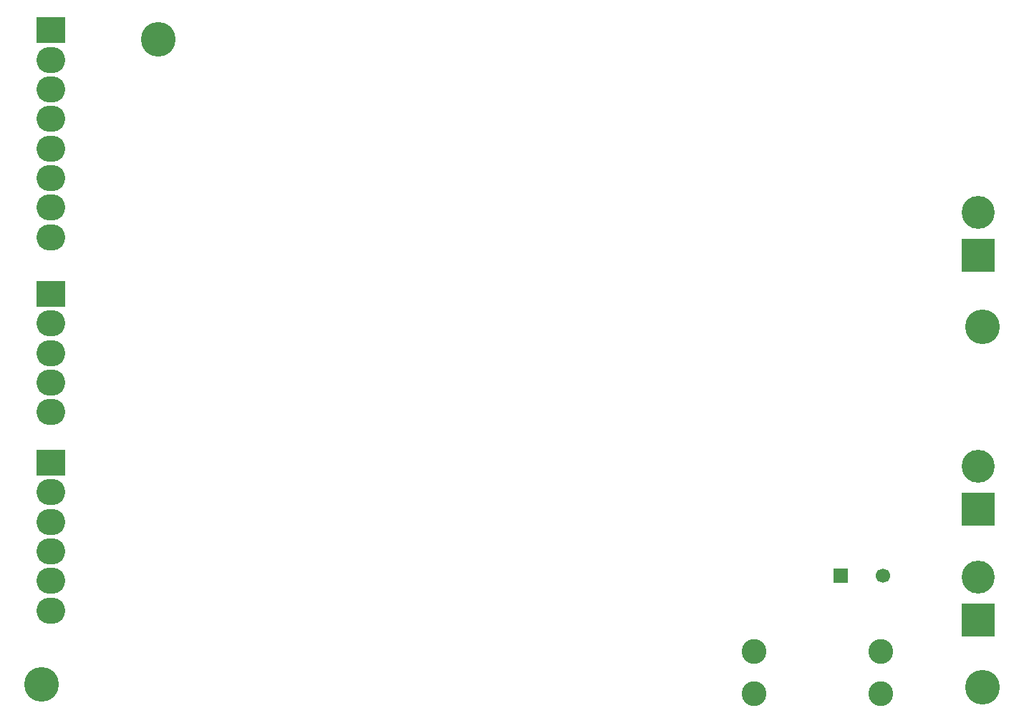
<source format=gbs>
G04 #@! TF.FileFunction,Soldermask,Bot*
%FSLAX46Y46*%
G04 Gerber Fmt 4.6, Leading zero omitted, Abs format (unit mm)*
G04 Created by KiCad (PCBNEW 4.0.0-stable) date Thursday, 26 May 2016 'pmt' 07:34:14 pm*
%MOMM*%
G01*
G04 APERTURE LIST*
%ADD10C,0.100000*%
%ADD11R,1.700000X1.700000*%
%ADD12C,1.700000*%
%ADD13C,2.940000*%
%ADD14R,3.900000X3.900000*%
%ADD15C,3.900000*%
%ADD16O,3.400000X3.100000*%
%ADD17R,3.400000X3.100000*%
%ADD18C,4.100000*%
G04 APERTURE END LIST*
D10*
D11*
X208800000Y-122600000D03*
D12*
X213800000Y-122600000D03*
D13*
X198500000Y-136500000D03*
X198500000Y-131500000D03*
X213500000Y-136500000D03*
X213500000Y-131500000D03*
D14*
X225000000Y-127800000D03*
D15*
X225000000Y-122720000D03*
D14*
X225000000Y-84600000D03*
D15*
X225000000Y-79520000D03*
D14*
X225000000Y-114700000D03*
D15*
X225000000Y-109620000D03*
D16*
X115400000Y-82500000D03*
X115400000Y-79000000D03*
D17*
X115400000Y-58000000D03*
D16*
X115400000Y-61500000D03*
X115400000Y-65000000D03*
X115400000Y-68500000D03*
X115400000Y-72000000D03*
X115400000Y-75500000D03*
D17*
X115400000Y-89200000D03*
D16*
X115400000Y-92700000D03*
X115400000Y-96200000D03*
X115400000Y-99700000D03*
X115400000Y-103200000D03*
D17*
X115400000Y-109200000D03*
D16*
X115400000Y-112700000D03*
X115400000Y-116200000D03*
X115400000Y-119700000D03*
X115400000Y-123200000D03*
X115400000Y-126700000D03*
D18*
X225500000Y-93100000D03*
X225500000Y-135800000D03*
X114300000Y-135400000D03*
X128100000Y-59100000D03*
M02*

</source>
